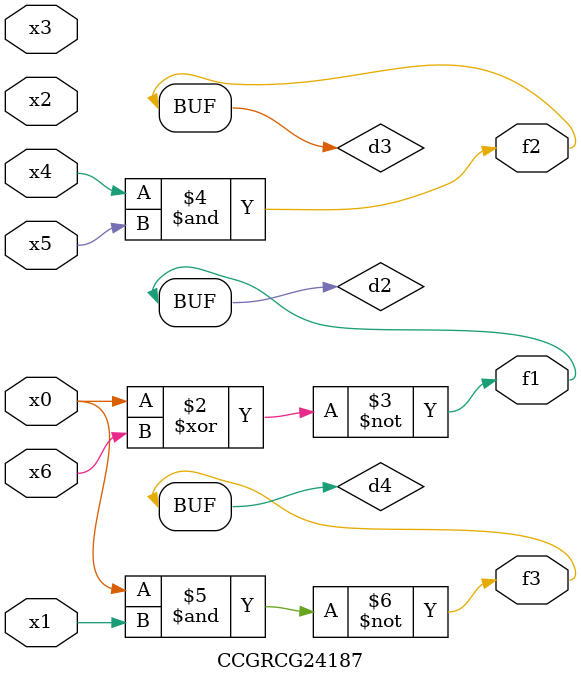
<source format=v>
module CCGRCG24187(
	input x0, x1, x2, x3, x4, x5, x6,
	output f1, f2, f3
);

	wire d1, d2, d3, d4;

	nor (d1, x0);
	xnor (d2, x0, x6);
	and (d3, x4, x5);
	nand (d4, x0, x1);
	assign f1 = d2;
	assign f2 = d3;
	assign f3 = d4;
endmodule

</source>
